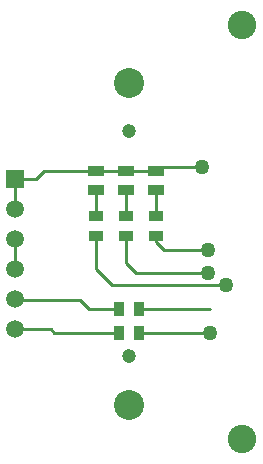
<source format=gbr>
%TF.GenerationSoftware,Altium Limited,Altium Designer,18.0.9 (584)*%
G04 Layer_Physical_Order=1*
G04 Layer_Color=255*
%FSLAX26Y26*%
%MOIN*%
%TF.FileFunction,Copper,L1,Top,Signal*%
%TF.Part,Single*%
G01*
G75*
%TA.AperFunction,SMDPad,CuDef*%
%ADD10R,0.051181X0.033465*%
%ADD11R,0.033465X0.051181*%
%ADD12R,0.053150X0.037402*%
%TA.AperFunction,Conductor*%
%ADD13C,0.010000*%
%TA.AperFunction,WasherPad*%
%ADD14C,0.095000*%
%TA.AperFunction,ComponentPad*%
%ADD15R,0.059055X0.059055*%
%ADD16C,0.059055*%
%ADD17C,0.047000*%
%ADD18C,0.100000*%
%TA.AperFunction,ViaPad*%
%ADD19C,0.050000*%
D10*
X378017Y-799370D02*
D03*
Y-732442D02*
D03*
X478017Y-799370D02*
D03*
Y-732442D02*
D03*
X578017Y-799370D02*
D03*
Y-732442D02*
D03*
D11*
X453937Y-1124803D02*
D03*
X520867D02*
D03*
X453937Y-1044803D02*
D03*
X520867D02*
D03*
D12*
X378017Y-647402D02*
D03*
Y-584409D02*
D03*
X478017Y-647402D02*
D03*
Y-584409D02*
D03*
X578017Y-647402D02*
D03*
Y-584409D02*
D03*
D13*
X108267Y-910236D02*
Y-810236D01*
Y-710236D02*
Y-610236D01*
X177165D01*
X202993Y-584409D01*
X378017D01*
X478017D01*
X578017D01*
X591531Y-570894D01*
X731317D01*
X378017Y-911501D02*
Y-799370D01*
Y-911501D02*
X431409Y-964894D01*
X811317D01*
X478017Y-891501D02*
Y-799370D01*
Y-891501D02*
X511317Y-924803D01*
X751317D01*
X578017Y-732442D02*
Y-647402D01*
Y-821501D02*
Y-799370D01*
Y-821501D02*
X603209Y-846693D01*
X751317D01*
X238977Y-1124803D02*
X453937D01*
X226379Y-1112206D02*
X238977Y-1124803D01*
X127953Y-1112206D02*
X226379D01*
X118111Y-1102361D02*
X127953Y-1112206D01*
X355827Y-1044803D02*
X453937D01*
X324803Y-1013779D02*
X355827Y-1044803D01*
X118111Y-1013779D02*
X324803D01*
X520867Y-1124803D02*
X757401D01*
X756293Y-1043694D02*
X757401Y-1044803D01*
X520867D02*
X757401D01*
X378017Y-732442D02*
Y-647402D01*
X478017Y-732442D02*
Y-647402D01*
D14*
X866141Y-1476378D02*
D03*
Y-98425D02*
D03*
D15*
X108267Y-610236D02*
D03*
D16*
Y-710236D02*
D03*
Y-810236D02*
D03*
Y-910236D02*
D03*
Y-1010236D02*
D03*
Y-1110236D02*
D03*
D17*
X486529Y-1200906D02*
D03*
X488129Y-452305D02*
D03*
D18*
Y-290406D02*
D03*
Y-1362805D02*
D03*
D19*
X731317Y-570894D02*
D03*
X811317Y-964894D02*
D03*
X751317Y-924803D02*
D03*
Y-846693D02*
D03*
X757401Y-1124803D02*
D03*
%TF.MD5,92732e93f12a30fff891a0e06951f9f6*%
M02*

</source>
